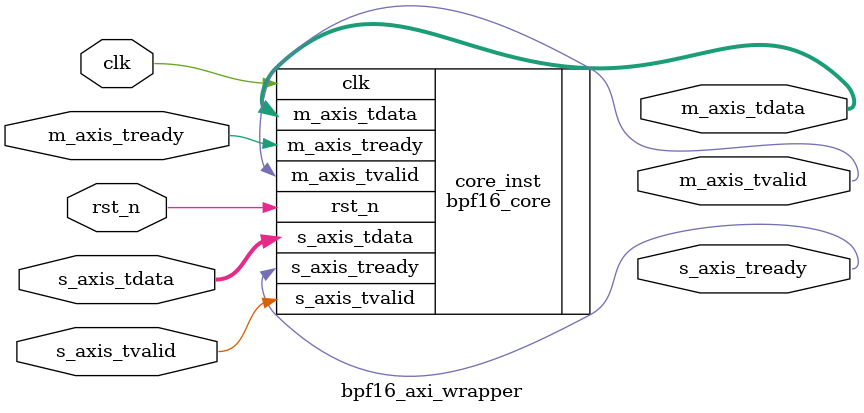
<source format=sv>
module bpf16_axi_wrapper (
    input  logic clk,
    input  logic rst_n,
    // AXI-Stream Slave In
    input  logic s_axis_tvalid,
    output logic s_axis_tready,
    input  logic signed [11:0] s_axis_tdata,
    // AXI-Stream Master Out
    output logic m_axis_tvalid,
    input  logic m_axis_tready,
    output logic signed [15:0] m_axis_tdata
);
    // Instantiate Coefficient ROM (connect to core via vector assignment)
    logic signed [11:0] coeffs [0:15];
    genvar i;
    generate
        for (i = 0; i < 16; i = i + 1) begin : coeff_blk
            coeff_rom_bpf16 coeff_inst(
                .addr  (i[$clog2(16)-1:0]),
                .data  (coeffs[i])
            );
        end
    endgenerate

    // Instantiate Core
    bpf16_core #(
        .N_TAPS(16),
        .IN_WIDTH(12),
        .OUT_WIDTH(16),
        .FXP_IN_FRAC(11),
        .FXP_OUT_FRAC(14)
    ) core_inst (
        .clk              (clk),
        .rst_n            (rst_n),
        .s_axis_tvalid    (s_axis_tvalid),
        .s_axis_tready    (s_axis_tready),
        .s_axis_tdata     (s_axis_tdata),
        .m_axis_tvalid    (m_axis_tvalid),
        .m_axis_tready    (m_axis_tready),
        .m_axis_tdata     (m_axis_tdata)
    );
endmodule
</source>
